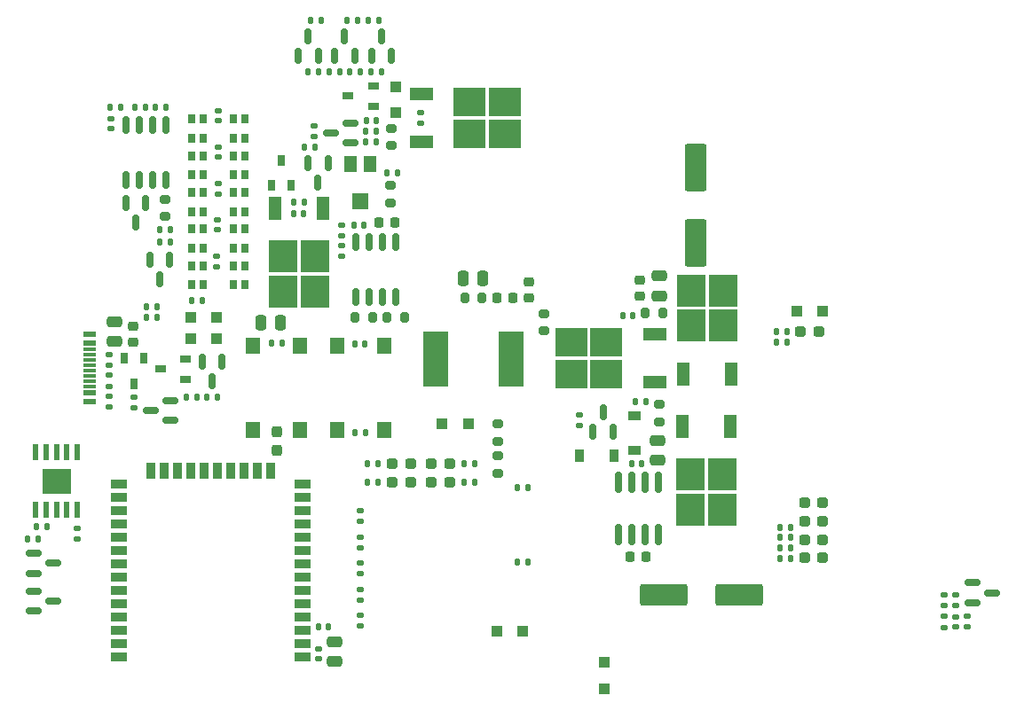
<source format=gbr>
%TF.GenerationSoftware,KiCad,Pcbnew,(6.0.11)*%
%TF.CreationDate,2024-02-29T08:20:34+09:00*%
%TF.ProjectId,Pole,506f6c65-2e6b-4696-9361-645f70636258,rev?*%
%TF.SameCoordinates,Original*%
%TF.FileFunction,Paste,Top*%
%TF.FilePolarity,Positive*%
%FSLAX46Y46*%
G04 Gerber Fmt 4.6, Leading zero omitted, Abs format (unit mm)*
G04 Created by KiCad (PCBNEW (6.0.11)) date 2024-02-29 08:20:34*
%MOMM*%
%LPD*%
G01*
G04 APERTURE LIST*
G04 Aperture macros list*
%AMRoundRect*
0 Rectangle with rounded corners*
0 $1 Rounding radius*
0 $2 $3 $4 $5 $6 $7 $8 $9 X,Y pos of 4 corners*
0 Add a 4 corners polygon primitive as box body*
4,1,4,$2,$3,$4,$5,$6,$7,$8,$9,$2,$3,0*
0 Add four circle primitives for the rounded corners*
1,1,$1+$1,$2,$3*
1,1,$1+$1,$4,$5*
1,1,$1+$1,$6,$7*
1,1,$1+$1,$8,$9*
0 Add four rect primitives between the rounded corners*
20,1,$1+$1,$2,$3,$4,$5,0*
20,1,$1+$1,$4,$5,$6,$7,0*
20,1,$1+$1,$6,$7,$8,$9,0*
20,1,$1+$1,$8,$9,$2,$3,0*%
G04 Aperture macros list end*
%ADD10RoundRect,0.135000X0.135000X0.185000X-0.135000X0.185000X-0.135000X-0.185000X0.135000X-0.185000X0*%
%ADD11R,0.700000X0.900000*%
%ADD12R,1.000000X1.000000*%
%ADD13RoundRect,0.135000X-0.135000X-0.185000X0.135000X-0.185000X0.135000X0.185000X-0.135000X0.185000X0*%
%ADD14RoundRect,0.140000X-0.170000X0.140000X-0.170000X-0.140000X0.170000X-0.140000X0.170000X0.140000X0*%
%ADD15R,0.700000X1.000000*%
%ADD16RoundRect,0.250000X0.475000X-0.250000X0.475000X0.250000X-0.475000X0.250000X-0.475000X-0.250000X0*%
%ADD17RoundRect,0.237500X0.287500X0.237500X-0.287500X0.237500X-0.287500X-0.237500X0.287500X-0.237500X0*%
%ADD18RoundRect,0.250000X-0.250000X-0.475000X0.250000X-0.475000X0.250000X0.475000X-0.250000X0.475000X0*%
%ADD19RoundRect,0.200000X0.200000X0.275000X-0.200000X0.275000X-0.200000X-0.275000X0.200000X-0.275000X0*%
%ADD20RoundRect,0.135000X-0.185000X0.135000X-0.185000X-0.135000X0.185000X-0.135000X0.185000X0.135000X0*%
%ADD21RoundRect,0.140000X-0.140000X-0.170000X0.140000X-0.170000X0.140000X0.170000X-0.140000X0.170000X0*%
%ADD22RoundRect,0.225000X0.225000X0.250000X-0.225000X0.250000X-0.225000X-0.250000X0.225000X-0.250000X0*%
%ADD23R,1.000000X0.700000*%
%ADD24RoundRect,0.150000X-0.587500X-0.150000X0.587500X-0.150000X0.587500X0.150000X-0.587500X0.150000X0*%
%ADD25RoundRect,0.150000X0.150000X-0.825000X0.150000X0.825000X-0.150000X0.825000X-0.150000X-0.825000X0*%
%ADD26RoundRect,0.225000X-0.250000X0.225000X-0.250000X-0.225000X0.250000X-0.225000X0.250000X0.225000X0*%
%ADD27RoundRect,0.200000X-0.275000X0.200000X-0.275000X-0.200000X0.275000X-0.200000X0.275000X0.200000X0*%
%ADD28R,1.240000X0.600000*%
%ADD29R,1.240000X0.300000*%
%ADD30R,1.400000X1.600000*%
%ADD31RoundRect,0.150000X0.150000X-0.587500X0.150000X0.587500X-0.150000X0.587500X-0.150000X-0.587500X0*%
%ADD32RoundRect,0.237500X-0.287500X-0.237500X0.287500X-0.237500X0.287500X0.237500X-0.287500X0.237500X0*%
%ADD33RoundRect,0.140000X0.170000X-0.140000X0.170000X0.140000X-0.170000X0.140000X-0.170000X-0.140000X0*%
%ADD34RoundRect,0.135000X0.185000X-0.135000X0.185000X0.135000X-0.185000X0.135000X-0.185000X-0.135000X0*%
%ADD35R,2.750000X3.050000*%
%ADD36R,1.200000X2.200000*%
%ADD37RoundRect,0.150000X0.150000X-0.675000X0.150000X0.675000X-0.150000X0.675000X-0.150000X-0.675000X0*%
%ADD38RoundRect,0.150000X-0.150000X0.587500X-0.150000X-0.587500X0.150000X-0.587500X0.150000X0.587500X0*%
%ADD39R,0.900000X1.200000*%
%ADD40RoundRect,0.237500X0.237500X-0.300000X0.237500X0.300000X-0.237500X0.300000X-0.237500X-0.300000X0*%
%ADD41RoundRect,0.250001X0.799999X-1.999999X0.799999X1.999999X-0.799999X1.999999X-0.799999X-1.999999X0*%
%ADD42RoundRect,0.250000X0.250000X0.475000X-0.250000X0.475000X-0.250000X-0.475000X0.250000X-0.475000X0*%
%ADD43RoundRect,0.200000X-0.200000X-0.275000X0.200000X-0.275000X0.200000X0.275000X-0.200000X0.275000X0*%
%ADD44R,0.600000X1.500000*%
%ADD45R,2.800000X2.400000*%
%ADD46RoundRect,0.250001X-1.999999X-0.799999X1.999999X-0.799999X1.999999X0.799999X-1.999999X0.799999X0*%
%ADD47RoundRect,0.225000X-0.225000X-0.250000X0.225000X-0.250000X0.225000X0.250000X-0.225000X0.250000X0*%
%ADD48R,2.413000X5.334000*%
%ADD49RoundRect,0.150000X0.587500X0.150000X-0.587500X0.150000X-0.587500X-0.150000X0.587500X-0.150000X0*%
%ADD50RoundRect,0.250000X-0.475000X0.250000X-0.475000X-0.250000X0.475000X-0.250000X0.475000X0.250000X0*%
%ADD51RoundRect,0.200000X0.275000X-0.200000X0.275000X0.200000X-0.275000X0.200000X-0.275000X-0.200000X0*%
%ADD52R,3.050000X2.750000*%
%ADD53R,2.200000X1.200000*%
%ADD54RoundRect,0.140000X0.140000X0.170000X-0.140000X0.170000X-0.140000X-0.170000X0.140000X-0.170000X0*%
%ADD55R,1.150000X1.500000*%
%ADD56R,1.500000X1.500000*%
%ADD57R,1.500000X0.900000*%
%ADD58R,0.900000X1.500000*%
%ADD59R,1.200000X0.900000*%
G04 APERTURE END LIST*
D10*
%TO.C,R29*%
X159920000Y-104500000D03*
X158900000Y-104500000D03*
%TD*%
D11*
%TO.C,D24*%
X143199999Y-75085000D03*
X142099999Y-75085000D03*
X142099999Y-76915000D03*
X143199999Y-76915000D03*
%TD*%
D12*
%TO.C,D29*%
X168520001Y-100680001D03*
X166020001Y-100680001D03*
%TD*%
D13*
%TO.C,R53*%
X153490000Y-62160000D03*
X154510000Y-62160000D03*
%TD*%
D10*
%TO.C,R56*%
X139652619Y-70478465D03*
X138632619Y-70478465D03*
%TD*%
%TO.C,R22*%
X159910000Y-106250000D03*
X158890000Y-106250000D03*
%TD*%
D14*
%TO.C,C16*%
X154240000Y-122150000D03*
X154240000Y-123110000D03*
%TD*%
D15*
%TO.C,Q4*%
X137570000Y-94450000D03*
X135670000Y-94450000D03*
X136620000Y-96850000D03*
%TD*%
D16*
%TO.C,C8*%
X186740000Y-88470000D03*
X186740000Y-86570000D03*
%TD*%
D14*
%TO.C,C24*%
X144650000Y-77770000D03*
X144650000Y-78730000D03*
%TD*%
D17*
%TO.C,D14*%
X202375000Y-111750000D03*
X200625000Y-111750000D03*
%TD*%
D18*
%TO.C,C34*%
X168050001Y-86800001D03*
X169950001Y-86800001D03*
%TD*%
D17*
%TO.C,D7*%
X163035000Y-104500000D03*
X161285000Y-104500000D03*
%TD*%
D13*
%TO.C,R26*%
X126450000Y-111650000D03*
X127470000Y-111650000D03*
%TD*%
D10*
%TO.C,R33*%
X158270000Y-67040000D03*
X157250000Y-67040000D03*
%TD*%
D19*
%TO.C,R67*%
X169827382Y-88641536D03*
X168177382Y-88641536D03*
%TD*%
D20*
%TO.C,R32*%
X179110001Y-99860001D03*
X179110001Y-100880001D03*
%TD*%
D21*
%TO.C,C31*%
X183260001Y-90330001D03*
X184220001Y-90330001D03*
%TD*%
D12*
%TO.C,D9*%
X161610000Y-70980000D03*
X161610000Y-68480000D03*
%TD*%
D22*
%TO.C,C36*%
X172797381Y-88631537D03*
X171247381Y-88631537D03*
%TD*%
D23*
%TO.C,Q12*%
X159461545Y-70343690D03*
X159461545Y-68443690D03*
X157061545Y-69393690D03*
%TD*%
D20*
%TO.C,R14*%
X134240000Y-96070000D03*
X134240000Y-97090000D03*
%TD*%
D24*
%TO.C,Q2*%
X216612500Y-115870000D03*
X216612500Y-117770000D03*
X218487500Y-116820000D03*
%TD*%
D10*
%TO.C,R13*%
X174250000Y-106750000D03*
X173230000Y-106750000D03*
%TD*%
%TO.C,R50*%
X154250000Y-67060000D03*
X153230000Y-67060000D03*
%TD*%
%TO.C,R18*%
X138820000Y-89540000D03*
X137800000Y-89540000D03*
%TD*%
D21*
%TO.C,C14*%
X154220000Y-120100000D03*
X155180000Y-120100000D03*
%TD*%
D25*
%TO.C,U6*%
X182905001Y-111240001D03*
X184175001Y-111240001D03*
X185445001Y-111240001D03*
X186715001Y-111240001D03*
X186715001Y-106290001D03*
X185445001Y-106290001D03*
X184175001Y-106290001D03*
X182905001Y-106290001D03*
%TD*%
D26*
%TO.C,C9*%
X184890001Y-86965000D03*
X184890001Y-88515000D03*
%TD*%
D15*
%TO.C,Q14*%
X149750000Y-77920000D03*
X151650000Y-77920000D03*
X150700000Y-75520000D03*
%TD*%
D27*
%TO.C,R59*%
X186750000Y-98835001D03*
X186750000Y-100485001D03*
%TD*%
D28*
%TO.C,J4*%
X132425000Y-92140000D03*
X132425000Y-92940000D03*
D29*
X132425000Y-94090000D03*
X132425000Y-95090000D03*
X132425000Y-95590000D03*
X132425000Y-96590000D03*
D28*
X132425000Y-97740000D03*
X132425000Y-98540000D03*
X132425000Y-98540000D03*
X132425000Y-97740000D03*
D29*
X132425000Y-97090000D03*
X132425000Y-96090000D03*
X132425000Y-94590000D03*
X132425000Y-93590000D03*
D28*
X132425000Y-92940000D03*
X132425000Y-92140000D03*
%TD*%
D26*
%TO.C,C32*%
X174352620Y-87113466D03*
X174352620Y-88663466D03*
%TD*%
D30*
%TO.C,SW4*%
X152500000Y-93250000D03*
X152500000Y-101250000D03*
X148000000Y-101250000D03*
X148000000Y-93250000D03*
%TD*%
D31*
%TO.C,Q18*%
X152310000Y-65537500D03*
X154210000Y-65537500D03*
X153260000Y-63662500D03*
%TD*%
D32*
%TO.C,D5*%
X165035000Y-104500000D03*
X166785000Y-104500000D03*
%TD*%
D33*
%TO.C,C1*%
X215020000Y-120080000D03*
X215020000Y-119120000D03*
%TD*%
D34*
%TO.C,R16*%
X134240000Y-99090000D03*
X134240000Y-98070000D03*
%TD*%
D10*
%TO.C,R52*%
X156260000Y-67050000D03*
X155240000Y-67050000D03*
%TD*%
D33*
%TO.C,C21*%
X144650000Y-71730000D03*
X144650000Y-70770000D03*
%TD*%
D35*
%TO.C,U3*%
X150833926Y-88070000D03*
X153883926Y-84720000D03*
X153883926Y-88070000D03*
X150833926Y-84720000D03*
D36*
X154638926Y-80095000D03*
X150078926Y-80095000D03*
%TD*%
D37*
%TO.C,U5*%
X135887619Y-77403465D03*
X137157619Y-77403465D03*
X138427619Y-77403465D03*
X139697619Y-77403465D03*
X139697619Y-72153465D03*
X138427619Y-72153465D03*
X137157619Y-72153465D03*
X135887619Y-72153465D03*
%TD*%
D34*
%TO.C,R73*%
X164000000Y-72010000D03*
X164000000Y-70990000D03*
%TD*%
D38*
%TO.C,Q11*%
X145060000Y-94772500D03*
X143160000Y-94772500D03*
X144110000Y-96647500D03*
%TD*%
D37*
%TO.C,U1*%
X157825000Y-88595000D03*
X159095000Y-88595000D03*
X160365000Y-88595000D03*
X161635000Y-88595000D03*
X161635000Y-83345000D03*
X160365000Y-83345000D03*
X159095000Y-83345000D03*
X157825000Y-83345000D03*
%TD*%
D34*
%TO.C,R4*%
X215010000Y-118070000D03*
X215010000Y-117050000D03*
%TD*%
D10*
%TO.C,R1*%
X198992619Y-91838465D03*
X197972619Y-91838465D03*
%TD*%
D39*
%TO.C,D8*%
X179120001Y-103750001D03*
X182420001Y-103750001D03*
%TD*%
D13*
%TO.C,R19*%
X197940000Y-92880000D03*
X198960000Y-92880000D03*
%TD*%
D40*
%TO.C,C17*%
X150250000Y-103212500D03*
X150250000Y-101487500D03*
%TD*%
D34*
%TO.C,R5*%
X158250000Y-110010000D03*
X158250000Y-108990000D03*
%TD*%
D41*
%TO.C,C18*%
X190220001Y-83420001D03*
X190220001Y-76220001D03*
%TD*%
D12*
%TO.C,D16*%
X171250000Y-120500000D03*
X173750000Y-120500000D03*
%TD*%
D13*
%TO.C,R58*%
X136682619Y-70478465D03*
X137702619Y-70478465D03*
%TD*%
D42*
%TO.C,C19*%
X150640000Y-91010000D03*
X148740000Y-91010000D03*
%TD*%
D14*
%TO.C,C22*%
X144530000Y-84700000D03*
X144530000Y-85660000D03*
%TD*%
D13*
%TO.C,R27*%
X168150000Y-106250000D03*
X169170000Y-106250000D03*
%TD*%
D21*
%TO.C,C11*%
X151888926Y-80585000D03*
X152848926Y-80585000D03*
%TD*%
D13*
%TO.C,R46*%
X139090000Y-83350000D03*
X140110000Y-83350000D03*
%TD*%
D43*
%TO.C,R20*%
X185425001Y-90070001D03*
X187075001Y-90070001D03*
%TD*%
D11*
%TO.C,D21*%
X146100001Y-76915000D03*
X147200001Y-76915000D03*
X147200001Y-75085000D03*
X146100001Y-75085000D03*
%TD*%
D44*
%TO.C,U2*%
X131240000Y-103420000D03*
X130240000Y-103420000D03*
X129240000Y-103420000D03*
X128240000Y-103420000D03*
X127240000Y-103420000D03*
X127240000Y-108920000D03*
X128240000Y-108920000D03*
X129240000Y-108920000D03*
X130240000Y-108920000D03*
X131240000Y-108920000D03*
D45*
X129240000Y-106170000D03*
%TD*%
D10*
%TO.C,R60*%
X185510000Y-98590001D03*
X184490000Y-98590001D03*
%TD*%
D23*
%TO.C,Q7*%
X141570000Y-96410000D03*
X141570000Y-94510000D03*
X139170000Y-95460000D03*
%TD*%
D12*
%TO.C,D10*%
X142050000Y-90550000D03*
X144550000Y-90550000D03*
%TD*%
D33*
%TO.C,C26*%
X134440000Y-72490000D03*
X134440000Y-71530000D03*
%TD*%
D10*
%TO.C,R51*%
X160260000Y-67040000D03*
X159240000Y-67040000D03*
%TD*%
D12*
%TO.C,D11*%
X142050000Y-92550000D03*
X144550000Y-92550000D03*
%TD*%
D27*
%TO.C,R9*%
X171330000Y-100695000D03*
X171330000Y-102345000D03*
%TD*%
D13*
%TO.C,R40*%
X152890000Y-74270000D03*
X153910000Y-74270000D03*
%TD*%
D46*
%TO.C,C28*%
X187150000Y-117000000D03*
X194350000Y-117000000D03*
%TD*%
D47*
%TO.C,C2*%
X159965000Y-81480000D03*
X161515000Y-81480000D03*
%TD*%
D11*
%TO.C,D18*%
X143200000Y-85585000D03*
X142100000Y-85585000D03*
X142100000Y-87415000D03*
X143200000Y-87415000D03*
%TD*%
D24*
%TO.C,Q9*%
X127042500Y-113062500D03*
X127042500Y-114962500D03*
X128917500Y-114012500D03*
%TD*%
D48*
%TO.C,L1*%
X172640370Y-94498466D03*
X165401370Y-94498466D03*
%TD*%
D49*
%TO.C,Q13*%
X157275000Y-73870000D03*
X157275000Y-71970000D03*
X155400000Y-72920000D03*
%TD*%
D50*
%TO.C,C3*%
X134760000Y-90920000D03*
X134760000Y-92820000D03*
%TD*%
D51*
%TO.C,R68*%
X161090000Y-79585000D03*
X161090000Y-77935000D03*
%TD*%
D10*
%TO.C,R42*%
X199310000Y-110550000D03*
X198290000Y-110550000D03*
%TD*%
D19*
%TO.C,R72*%
X159385000Y-90520000D03*
X157735000Y-90520000D03*
%TD*%
D11*
%TO.C,D26*%
X143200000Y-71585000D03*
X142100000Y-71585000D03*
X142100000Y-73415000D03*
X143200000Y-73415000D03*
%TD*%
D35*
%TO.C,Q3*%
X189825000Y-87965001D03*
X192875000Y-91315001D03*
X189825000Y-91315001D03*
X192875000Y-87965001D03*
D36*
X189070000Y-95940001D03*
X193630000Y-95940001D03*
%TD*%
D26*
%TO.C,C7*%
X136560000Y-91335000D03*
X136560000Y-92885000D03*
%TD*%
D13*
%TO.C,R55*%
X156990000Y-62150000D03*
X158010000Y-62150000D03*
%TD*%
D14*
%TO.C,C25*%
X144650000Y-74270001D03*
X144650000Y-75230001D03*
%TD*%
D10*
%TO.C,R43*%
X199310000Y-111550000D03*
X198290000Y-111550000D03*
%TD*%
D34*
%TO.C,R11*%
X158250000Y-117510000D03*
X158250000Y-116490000D03*
%TD*%
D10*
%TO.C,R69*%
X161790000Y-76710000D03*
X160770000Y-76710000D03*
%TD*%
D17*
%TO.C,D1*%
X202007619Y-91838465D03*
X200257619Y-91838465D03*
%TD*%
D14*
%TO.C,C6*%
X131250000Y-110700000D03*
X131250000Y-111660000D03*
%TD*%
D50*
%TO.C,C27*%
X186630001Y-102280001D03*
X186630001Y-104180001D03*
%TD*%
D35*
%TO.C,Q1*%
X189705001Y-105525000D03*
X192755001Y-105525000D03*
X192755001Y-108875000D03*
X189705001Y-108875000D03*
D36*
X193510001Y-100900000D03*
X188950001Y-100900000D03*
%TD*%
D21*
%TO.C,C4*%
X157610000Y-81730000D03*
X158570000Y-81730000D03*
%TD*%
D12*
%TO.C,D17*%
X181500000Y-123500000D03*
X181500000Y-126000000D03*
%TD*%
D11*
%TO.C,D22*%
X143200000Y-78585000D03*
X142100000Y-78585000D03*
X142100000Y-80415000D03*
X143200000Y-80415000D03*
%TD*%
%TO.C,D23*%
X146100000Y-80415000D03*
X147200000Y-80415000D03*
X147200000Y-78585000D03*
X146100000Y-78585000D03*
%TD*%
D27*
%TO.C,R10*%
X171310000Y-103755000D03*
X171310000Y-105405000D03*
%TD*%
D51*
%TO.C,R48*%
X139602619Y-80883465D03*
X139602619Y-79233465D03*
%TD*%
D17*
%TO.C,D12*%
X202375000Y-108250000D03*
X200625000Y-108250000D03*
%TD*%
D34*
%TO.C,R3*%
X216110000Y-120110000D03*
X216110000Y-119090000D03*
%TD*%
D22*
%TO.C,C30*%
X185525000Y-113360000D03*
X183975000Y-113360000D03*
%TD*%
D13*
%TO.C,R35*%
X158760000Y-72740000D03*
X159780000Y-72740000D03*
%TD*%
D10*
%TO.C,R21*%
X174250000Y-113910000D03*
X173230000Y-113910000D03*
%TD*%
D20*
%TO.C,R37*%
X153850000Y-72210000D03*
X153850000Y-73230000D03*
%TD*%
D52*
%TO.C,Q8*%
X178355001Y-92895001D03*
X181705001Y-92895001D03*
X178355001Y-95945001D03*
X181705001Y-95945001D03*
D53*
X186330001Y-96700001D03*
X186330001Y-92140001D03*
%TD*%
D10*
%TO.C,R45*%
X199310000Y-113550000D03*
X198290000Y-113550000D03*
%TD*%
D11*
%TO.C,D19*%
X146100000Y-73415000D03*
X147200000Y-73415000D03*
X147200000Y-71585000D03*
X146100000Y-71585000D03*
%TD*%
D31*
%TO.C,Q20*%
X155780000Y-65527500D03*
X157680000Y-65527500D03*
X156730000Y-63652500D03*
%TD*%
D43*
%TO.C,R71*%
X160795000Y-90520000D03*
X162445000Y-90520000D03*
%TD*%
D31*
%TO.C,Q5*%
X180450001Y-101467501D03*
X182350001Y-101467501D03*
X181400001Y-99592501D03*
%TD*%
D12*
%TO.C,D2*%
X199850000Y-89950000D03*
X202350000Y-89950000D03*
%TD*%
D10*
%TO.C,R44*%
X199310000Y-112550000D03*
X198290000Y-112550000D03*
%TD*%
D14*
%TO.C,C23*%
X144560000Y-81190000D03*
X144560000Y-82150000D03*
%TD*%
D13*
%TO.C,R47*%
X142140000Y-88950000D03*
X143160000Y-88950000D03*
%TD*%
D38*
%TO.C,Q16*%
X140050000Y-85012500D03*
X138150000Y-85012500D03*
X139100000Y-86887500D03*
%TD*%
D10*
%TO.C,R54*%
X160000000Y-62140000D03*
X158980000Y-62140000D03*
%TD*%
D54*
%TO.C,C29*%
X185100001Y-104470001D03*
X184140001Y-104470001D03*
%TD*%
D13*
%TO.C,R39*%
X149740000Y-93000000D03*
X150760000Y-93000000D03*
%TD*%
D52*
%TO.C,Q21*%
X168655000Y-69965000D03*
X172005000Y-73015000D03*
X168655000Y-73015000D03*
X172005000Y-69965000D03*
D53*
X164030000Y-69210000D03*
X164030000Y-73770000D03*
%TD*%
D24*
%TO.C,Q10*%
X127042500Y-116652500D03*
X127042500Y-118552500D03*
X128917500Y-117602500D03*
%TD*%
D21*
%TO.C,C15*%
X157720000Y-93050000D03*
X158680000Y-93050000D03*
%TD*%
D20*
%TO.C,R7*%
X213910000Y-117050000D03*
X213910000Y-118070000D03*
%TD*%
D10*
%TO.C,R36*%
X159790000Y-73780000D03*
X158770000Y-73780000D03*
%TD*%
D21*
%TO.C,C5*%
X127360000Y-110490000D03*
X128320000Y-110490000D03*
%TD*%
D17*
%TO.C,D4*%
X163035000Y-106250000D03*
X161285000Y-106250000D03*
%TD*%
D55*
%TO.C,RV1*%
X159155000Y-75840000D03*
D56*
X158230000Y-79440000D03*
D55*
X157305000Y-75840000D03*
%TD*%
D11*
%TO.C,D27*%
X146100000Y-87415000D03*
X147200000Y-87415000D03*
X147200000Y-85585000D03*
X146100000Y-85585000D03*
%TD*%
%TO.C,D25*%
X146100000Y-83915000D03*
X147200000Y-83915000D03*
X147200000Y-82085000D03*
X146100000Y-82085000D03*
%TD*%
D10*
%TO.C,R30*%
X152878926Y-79525000D03*
X151858926Y-79525000D03*
%TD*%
D11*
%TO.C,D20*%
X143200000Y-82085000D03*
X142100000Y-82085000D03*
X142100000Y-83915000D03*
X143200000Y-83915000D03*
%TD*%
D38*
%TO.C,Q15*%
X155150000Y-75820000D03*
X153250000Y-75820000D03*
X154200000Y-77695000D03*
%TD*%
D21*
%TO.C,C10*%
X158811545Y-71713690D03*
X159771545Y-71713690D03*
%TD*%
D10*
%TO.C,R31*%
X158760000Y-101500000D03*
X157740000Y-101500000D03*
%TD*%
D50*
%TO.C,C13*%
X155770000Y-121500000D03*
X155770000Y-123400000D03*
%TD*%
D17*
%TO.C,D13*%
X202375000Y-110000000D03*
X200625000Y-110000000D03*
%TD*%
D10*
%TO.C,R17*%
X138810000Y-90540000D03*
X137790000Y-90540000D03*
%TD*%
D38*
%TO.C,Q17*%
X137762619Y-79580965D03*
X135862619Y-79580965D03*
X136812619Y-81455965D03*
%TD*%
D13*
%TO.C,R23*%
X168150000Y-104500000D03*
X169170000Y-104500000D03*
%TD*%
D34*
%TO.C,R2*%
X213910000Y-120120000D03*
X213910000Y-119100000D03*
%TD*%
%TO.C,R8*%
X158250000Y-115010000D03*
X158250000Y-113990000D03*
%TD*%
D27*
%TO.C,R61*%
X175740001Y-90175001D03*
X175740001Y-91825001D03*
%TD*%
D32*
%TO.C,D6*%
X165035000Y-106250000D03*
X166785000Y-106250000D03*
%TD*%
D10*
%TO.C,R28*%
X142630000Y-98150000D03*
X141610000Y-98150000D03*
%TD*%
D34*
%TO.C,R38*%
X156440000Y-84660000D03*
X156440000Y-83640000D03*
%TD*%
%TO.C,R24*%
X136610000Y-99150000D03*
X136610000Y-98130000D03*
%TD*%
D31*
%TO.C,Q19*%
X159290000Y-65527500D03*
X161190000Y-65527500D03*
X160240000Y-63652500D03*
%TD*%
D57*
%TO.C,U4*%
X152710000Y-122925000D03*
X152710000Y-121655000D03*
X152710000Y-120385000D03*
X152710000Y-119115000D03*
X152710000Y-117845000D03*
X152710000Y-116575000D03*
X152710000Y-115305000D03*
X152710000Y-114035000D03*
X152710000Y-112765000D03*
X152710000Y-111495000D03*
X152710000Y-110225000D03*
X152710000Y-108955000D03*
X152710000Y-107685000D03*
X152710000Y-106415000D03*
D58*
X149670000Y-105165000D03*
X148400000Y-105165000D03*
X147130000Y-105165000D03*
X145860000Y-105165000D03*
X144590000Y-105165000D03*
X143320000Y-105165000D03*
X142050000Y-105165000D03*
X140780000Y-105165000D03*
X139510000Y-105165000D03*
X138240000Y-105165000D03*
D57*
X135210000Y-106415000D03*
X135210000Y-107685000D03*
X135210000Y-108955000D03*
X135210000Y-110225000D03*
X135210000Y-111495000D03*
X135210000Y-112765000D03*
X135210000Y-114035000D03*
X135210000Y-115305000D03*
X135210000Y-116575000D03*
X135210000Y-117845000D03*
X135210000Y-119115000D03*
X135210000Y-120385000D03*
X135210000Y-121655000D03*
X135210000Y-122925000D03*
%TD*%
D10*
%TO.C,R57*%
X135362619Y-70468465D03*
X134342619Y-70468465D03*
%TD*%
D34*
%TO.C,R15*%
X134250000Y-95110000D03*
X134250000Y-94090000D03*
%TD*%
D49*
%TO.C,Q6*%
X140087500Y-100360000D03*
X140087500Y-98460000D03*
X138212500Y-99410000D03*
%TD*%
D13*
%TO.C,R49*%
X139082619Y-82138465D03*
X140102619Y-82138465D03*
%TD*%
D51*
%TO.C,R70*%
X161216307Y-74101760D03*
X161216307Y-72451760D03*
%TD*%
D34*
%TO.C,R12*%
X158250000Y-120010000D03*
X158250000Y-118990000D03*
%TD*%
D33*
%TO.C,C12*%
X156450000Y-82700000D03*
X156450000Y-81740000D03*
%TD*%
D30*
%TO.C,SW5*%
X156000000Y-101250000D03*
X156000000Y-93250000D03*
X160500000Y-93250000D03*
X160500000Y-101250000D03*
%TD*%
D17*
%TO.C,D15*%
X202375000Y-113500000D03*
X200625000Y-113500000D03*
%TD*%
D13*
%TO.C,R25*%
X143560000Y-98160000D03*
X144580000Y-98160000D03*
%TD*%
D34*
%TO.C,R6*%
X158250000Y-112510000D03*
X158250000Y-111490000D03*
%TD*%
D59*
%TO.C,D3*%
X184380001Y-103190001D03*
X184380001Y-99890001D03*
%TD*%
M02*

</source>
